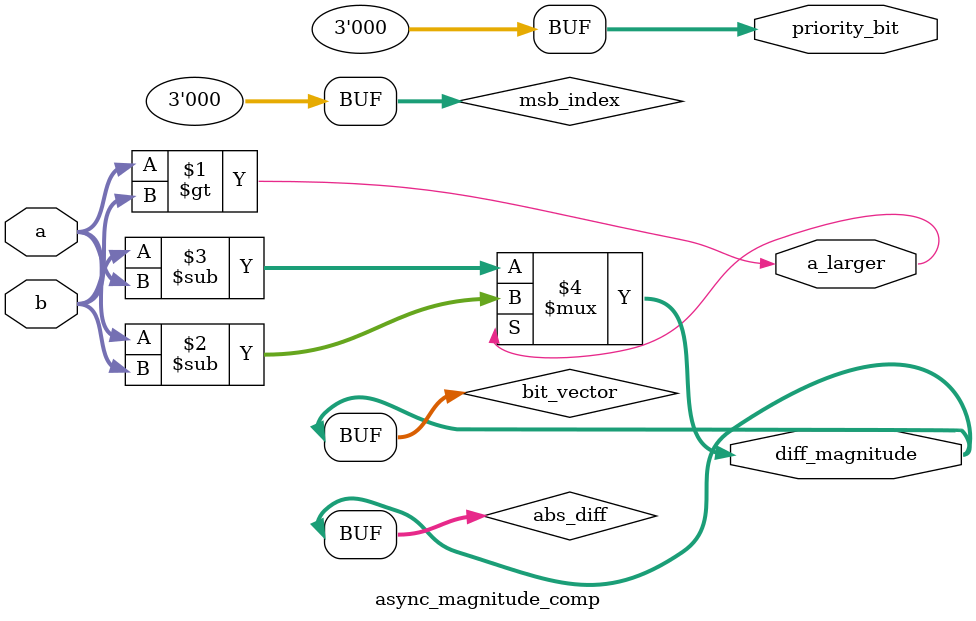
<source format=sv>
module async_magnitude_comp #(parameter WIDTH = 8)(
    input [WIDTH-1:0] a, b,
    output [WIDTH-1:0] diff_magnitude,
    output [$clog2(WIDTH)-1:0] priority_bit,
    output a_larger
);
    wire [WIDTH-1:0] difference;
    wire [WIDTH-1:0] abs_diff;
    wire [WIDTH-1:0] bit_vector;
    wire [$clog2(WIDTH)-1:0] msb_index;

    assign a_larger = a > b;

    // Use a multiplexer for conditional assignment
    assign abs_diff = a_larger ? a - b : b - a;

    assign diff_magnitude = abs_diff;

    // Optimized priority encoder using a case statement structure
    // This structure can be optimized by synthesis tools
    assign bit_vector = abs_diff;

    genvar i;
    generate
        if (WIDTH == 1) begin : msb_gen_1
            assign msb_index = 0;
        end else begin : msb_gen
            assign msb_index = 0; // Default value
            for (i = 0; i < WIDTH; i = i + 1) begin : msb_check
                if (i == WIDTH - 1) begin
                    assign msb_index = bit_vector[i] ? i : msb_index;
                end else begin
                    assign msb_index = bit_vector[i] && !(|bit_vector[WIDTH-1:i+1]) ? i : msb_index;
                end
            end
        end
    endgenerate

    assign priority_bit = msb_index;

endmodule
</source>
